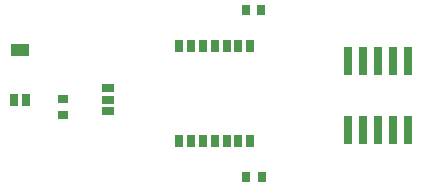
<source format=gtp>
G75*
G70*
%OFA0B0*%
%FSLAX24Y24*%
%IPPOS*%
%LPD*%
%AMOC8*
5,1,8,0,0,1.08239X$1,22.5*
%
%ADD10R,0.0394X0.0250*%
%ADD11R,0.0250X0.0394*%
%ADD12R,0.0276X0.0354*%
%ADD13R,0.0299X0.0945*%
%ADD14R,0.0256X0.0394*%
%ADD15R,0.0630X0.0394*%
%ADD16R,0.0354X0.0276*%
D10*
X004089Y005079D03*
X004089Y005473D03*
X004089Y005866D03*
D11*
X006451Y004095D03*
X006845Y004095D03*
X007238Y004095D03*
X007632Y004095D03*
X008026Y004095D03*
X008419Y004095D03*
X008813Y004095D03*
X008813Y007244D03*
X008419Y007244D03*
X008026Y007244D03*
X007632Y007244D03*
X007238Y007244D03*
X006845Y007244D03*
X006451Y007244D03*
D12*
X008679Y008461D03*
X009190Y008461D03*
X009203Y002886D03*
X008692Y002886D03*
D13*
X012062Y004449D03*
X012562Y004449D03*
X013062Y004449D03*
X013562Y004449D03*
X014062Y004449D03*
X014062Y006772D03*
X013562Y006772D03*
X013062Y006772D03*
X012562Y006772D03*
X012062Y006772D03*
D14*
X001333Y005474D03*
X000939Y005474D03*
D15*
X001156Y007116D03*
D16*
X002572Y005479D03*
X002572Y004967D03*
M02*

</source>
